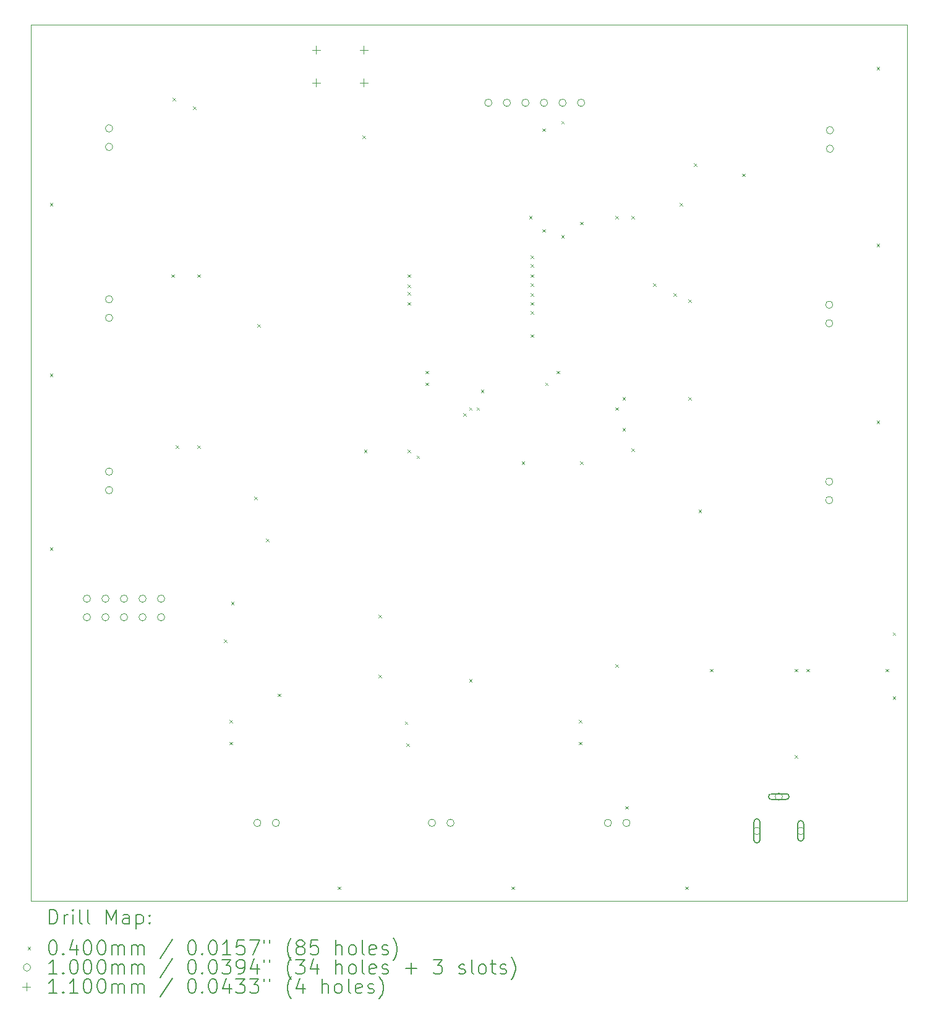
<source format=gbr>
%FSLAX45Y45*%
G04 Gerber Fmt 4.5, Leading zero omitted, Abs format (unit mm)*
G04 Created by KiCad (PCBNEW (6.0.5)) date 2023-11-06 22:26:34*
%MOMM*%
%LPD*%
G01*
G04 APERTURE LIST*
%TA.AperFunction,Profile*%
%ADD10C,0.100000*%
%TD*%
%ADD11C,0.200000*%
%ADD12C,0.040000*%
%ADD13C,0.100000*%
%ADD14C,0.110000*%
G04 APERTURE END LIST*
D10*
X4860000Y-3120000D02*
X4860000Y-15120000D01*
X4860000Y-3120000D02*
X16860000Y-3120000D01*
X4860000Y-15120000D02*
X16860000Y-15120000D01*
X16860000Y-15120000D02*
X16860000Y-3120000D01*
D11*
D12*
X5120000Y-5560000D02*
X5160000Y-5600000D01*
X5160000Y-5560000D02*
X5120000Y-5600000D01*
X5120000Y-7900000D02*
X5160000Y-7940000D01*
X5160000Y-7900000D02*
X5120000Y-7940000D01*
X5120000Y-10280000D02*
X5160000Y-10320000D01*
X5160000Y-10280000D02*
X5120000Y-10320000D01*
X6780000Y-6540000D02*
X6820000Y-6580000D01*
X6820000Y-6540000D02*
X6780000Y-6580000D01*
X6800000Y-4120000D02*
X6840000Y-4160000D01*
X6840000Y-4120000D02*
X6800000Y-4160000D01*
X6840000Y-8880000D02*
X6880000Y-8920000D01*
X6880000Y-8880000D02*
X6840000Y-8920000D01*
X7080000Y-4240000D02*
X7120000Y-4280000D01*
X7120000Y-4240000D02*
X7080000Y-4280000D01*
X7140000Y-6540000D02*
X7180000Y-6580000D01*
X7180000Y-6540000D02*
X7140000Y-6580000D01*
X7140000Y-8880000D02*
X7180000Y-8920000D01*
X7180000Y-8880000D02*
X7140000Y-8920000D01*
X7500000Y-11540000D02*
X7540000Y-11580000D01*
X7540000Y-11540000D02*
X7500000Y-11580000D01*
X7580000Y-12640000D02*
X7620000Y-12680000D01*
X7620000Y-12640000D02*
X7580000Y-12680000D01*
X7580000Y-12940000D02*
X7620000Y-12980000D01*
X7620000Y-12940000D02*
X7580000Y-12980000D01*
X7600000Y-11020000D02*
X7640000Y-11060000D01*
X7640000Y-11020000D02*
X7600000Y-11060000D01*
X7920000Y-9580000D02*
X7960000Y-9620000D01*
X7960000Y-9580000D02*
X7920000Y-9620000D01*
X7960000Y-7220000D02*
X8000000Y-7260000D01*
X8000000Y-7220000D02*
X7960000Y-7260000D01*
X8080000Y-10160000D02*
X8120000Y-10200000D01*
X8120000Y-10160000D02*
X8080000Y-10200000D01*
X8240000Y-12280000D02*
X8280000Y-12320000D01*
X8280000Y-12280000D02*
X8240000Y-12320000D01*
X9060000Y-14920000D02*
X9100000Y-14960000D01*
X9100000Y-14920000D02*
X9060000Y-14960000D01*
X9400000Y-4640000D02*
X9440000Y-4680000D01*
X9440000Y-4640000D02*
X9400000Y-4680000D01*
X9420000Y-8940000D02*
X9460000Y-8980000D01*
X9460000Y-8940000D02*
X9420000Y-8980000D01*
X9620000Y-11200000D02*
X9660000Y-11240000D01*
X9660000Y-11200000D02*
X9620000Y-11240000D01*
X9620000Y-12020000D02*
X9660000Y-12060000D01*
X9660000Y-12020000D02*
X9620000Y-12060000D01*
X9980000Y-12660000D02*
X10020000Y-12700000D01*
X10020000Y-12660000D02*
X9980000Y-12700000D01*
X10000000Y-12960000D02*
X10040000Y-13000000D01*
X10040000Y-12960000D02*
X10000000Y-13000000D01*
X10020000Y-6540000D02*
X10060000Y-6580000D01*
X10060000Y-6540000D02*
X10020000Y-6580000D01*
X10020000Y-6680000D02*
X10060000Y-6720000D01*
X10060000Y-6680000D02*
X10020000Y-6720000D01*
X10020000Y-6780000D02*
X10060000Y-6820000D01*
X10060000Y-6780000D02*
X10020000Y-6820000D01*
X10020000Y-6920000D02*
X10060000Y-6960000D01*
X10060000Y-6920000D02*
X10020000Y-6960000D01*
X10020000Y-8940000D02*
X10060000Y-8980000D01*
X10060000Y-8940000D02*
X10020000Y-8980000D01*
X10140000Y-9020000D02*
X10180000Y-9060000D01*
X10180000Y-9020000D02*
X10140000Y-9060000D01*
X10260000Y-7860000D02*
X10300000Y-7900000D01*
X10300000Y-7860000D02*
X10260000Y-7900000D01*
X10260000Y-8020000D02*
X10300000Y-8060000D01*
X10300000Y-8020000D02*
X10260000Y-8060000D01*
X10780000Y-8440000D02*
X10820000Y-8480000D01*
X10820000Y-8440000D02*
X10780000Y-8480000D01*
X10860000Y-8360000D02*
X10900000Y-8400000D01*
X10900000Y-8360000D02*
X10860000Y-8400000D01*
X10860000Y-12080000D02*
X10900000Y-12120000D01*
X10900000Y-12080000D02*
X10860000Y-12120000D01*
X10959950Y-8360000D02*
X10999950Y-8400000D01*
X10999950Y-8360000D02*
X10959950Y-8400000D01*
X11020000Y-8120000D02*
X11060000Y-8160000D01*
X11060000Y-8120000D02*
X11020000Y-8160000D01*
X11440000Y-14920000D02*
X11480000Y-14960000D01*
X11480000Y-14920000D02*
X11440000Y-14960000D01*
X11580000Y-9100000D02*
X11620000Y-9140000D01*
X11620000Y-9100000D02*
X11580000Y-9140000D01*
X11680000Y-5740000D02*
X11720000Y-5780000D01*
X11720000Y-5740000D02*
X11680000Y-5780000D01*
X11700000Y-6280000D02*
X11740000Y-6320000D01*
X11740000Y-6280000D02*
X11700000Y-6320000D01*
X11700000Y-6400000D02*
X11740000Y-6440000D01*
X11740000Y-6400000D02*
X11700000Y-6440000D01*
X11700000Y-6540000D02*
X11740000Y-6580000D01*
X11740000Y-6540000D02*
X11700000Y-6580000D01*
X11700000Y-6660000D02*
X11740000Y-6700000D01*
X11740000Y-6660000D02*
X11700000Y-6700000D01*
X11700000Y-6800000D02*
X11740000Y-6840000D01*
X11740000Y-6800000D02*
X11700000Y-6840000D01*
X11700000Y-6920000D02*
X11740000Y-6960000D01*
X11740000Y-6920000D02*
X11700000Y-6960000D01*
X11700000Y-7040000D02*
X11740000Y-7080000D01*
X11740000Y-7040000D02*
X11700000Y-7080000D01*
X11700000Y-7360000D02*
X11740000Y-7400000D01*
X11740000Y-7360000D02*
X11700000Y-7400000D01*
X11860000Y-4540000D02*
X11900000Y-4580000D01*
X11900000Y-4540000D02*
X11860000Y-4580000D01*
X11860000Y-5920000D02*
X11900000Y-5960000D01*
X11900000Y-5920000D02*
X11860000Y-5960000D01*
X11900000Y-8020000D02*
X11940000Y-8060000D01*
X11940000Y-8020000D02*
X11900000Y-8060000D01*
X12060000Y-7860000D02*
X12100000Y-7900000D01*
X12100000Y-7860000D02*
X12060000Y-7900000D01*
X12120000Y-4440000D02*
X12160000Y-4480000D01*
X12160000Y-4440000D02*
X12120000Y-4480000D01*
X12120000Y-6000000D02*
X12160000Y-6040000D01*
X12160000Y-6000000D02*
X12120000Y-6040000D01*
X12360000Y-12640000D02*
X12400000Y-12680000D01*
X12400000Y-12640000D02*
X12360000Y-12680000D01*
X12360000Y-12940000D02*
X12400000Y-12980000D01*
X12400000Y-12940000D02*
X12360000Y-12980000D01*
X12380000Y-5820000D02*
X12420000Y-5860000D01*
X12420000Y-5820000D02*
X12380000Y-5860000D01*
X12380000Y-9100000D02*
X12420000Y-9140000D01*
X12420000Y-9100000D02*
X12380000Y-9140000D01*
X12860000Y-5740000D02*
X12900000Y-5780000D01*
X12900000Y-5740000D02*
X12860000Y-5780000D01*
X12860000Y-8360000D02*
X12900000Y-8400000D01*
X12900000Y-8360000D02*
X12860000Y-8400000D01*
X12860000Y-11880000D02*
X12900000Y-11920000D01*
X12900000Y-11880000D02*
X12860000Y-11920000D01*
X12960000Y-8220000D02*
X13000000Y-8260000D01*
X13000000Y-8220000D02*
X12960000Y-8260000D01*
X12960000Y-8640000D02*
X13000000Y-8680000D01*
X13000000Y-8640000D02*
X12960000Y-8680000D01*
X13000000Y-13820000D02*
X13040000Y-13860000D01*
X13040000Y-13820000D02*
X13000000Y-13860000D01*
X13080000Y-5740000D02*
X13120000Y-5780000D01*
X13120000Y-5740000D02*
X13080000Y-5780000D01*
X13080000Y-8920000D02*
X13120000Y-8960000D01*
X13120000Y-8920000D02*
X13080000Y-8960000D01*
X13380000Y-6660000D02*
X13420000Y-6700000D01*
X13420000Y-6660000D02*
X13380000Y-6700000D01*
X13660000Y-6800000D02*
X13700000Y-6840000D01*
X13700000Y-6800000D02*
X13660000Y-6840000D01*
X13740000Y-5560000D02*
X13780000Y-5600000D01*
X13780000Y-5560000D02*
X13740000Y-5600000D01*
X13820000Y-14920000D02*
X13860000Y-14960000D01*
X13860000Y-14920000D02*
X13820000Y-14960000D01*
X13860000Y-6880000D02*
X13900000Y-6920000D01*
X13900000Y-6880000D02*
X13860000Y-6920000D01*
X13860000Y-8220000D02*
X13900000Y-8260000D01*
X13900000Y-8220000D02*
X13860000Y-8260000D01*
X13940000Y-5020000D02*
X13980000Y-5060000D01*
X13980000Y-5020000D02*
X13940000Y-5060000D01*
X14000000Y-9760000D02*
X14040000Y-9800000D01*
X14040000Y-9760000D02*
X14000000Y-9800000D01*
X14160000Y-11940000D02*
X14200000Y-11980000D01*
X14200000Y-11940000D02*
X14160000Y-11980000D01*
X14600000Y-5160000D02*
X14640000Y-5200000D01*
X14640000Y-5160000D02*
X14600000Y-5200000D01*
X15320000Y-11940000D02*
X15360000Y-11980000D01*
X15360000Y-11940000D02*
X15320000Y-11980000D01*
X15320000Y-13120000D02*
X15360000Y-13160000D01*
X15360000Y-13120000D02*
X15320000Y-13160000D01*
X15480000Y-11940000D02*
X15520000Y-11980000D01*
X15520000Y-11940000D02*
X15480000Y-11980000D01*
X16440000Y-3700000D02*
X16480000Y-3740000D01*
X16480000Y-3700000D02*
X16440000Y-3740000D01*
X16440000Y-6120000D02*
X16480000Y-6160000D01*
X16480000Y-6120000D02*
X16440000Y-6160000D01*
X16440000Y-8540000D02*
X16480000Y-8580000D01*
X16480000Y-8540000D02*
X16440000Y-8580000D01*
X16560000Y-11940000D02*
X16600000Y-11980000D01*
X16600000Y-11940000D02*
X16560000Y-11980000D01*
X16660000Y-11440000D02*
X16700000Y-11480000D01*
X16700000Y-11440000D02*
X16660000Y-11480000D01*
X16660000Y-12320000D02*
X16700000Y-12360000D01*
X16700000Y-12320000D02*
X16660000Y-12360000D01*
D13*
X5676000Y-10980000D02*
G75*
G03*
X5676000Y-10980000I-50000J0D01*
G01*
X5676000Y-11234000D02*
G75*
G03*
X5676000Y-11234000I-50000J0D01*
G01*
X5930000Y-10980000D02*
G75*
G03*
X5930000Y-10980000I-50000J0D01*
G01*
X5930000Y-11234000D02*
G75*
G03*
X5930000Y-11234000I-50000J0D01*
G01*
X5980000Y-4540000D02*
G75*
G03*
X5980000Y-4540000I-50000J0D01*
G01*
X5980000Y-4794000D02*
G75*
G03*
X5980000Y-4794000I-50000J0D01*
G01*
X5980000Y-6880000D02*
G75*
G03*
X5980000Y-6880000I-50000J0D01*
G01*
X5980000Y-7134000D02*
G75*
G03*
X5980000Y-7134000I-50000J0D01*
G01*
X5980000Y-9240000D02*
G75*
G03*
X5980000Y-9240000I-50000J0D01*
G01*
X5980000Y-9494000D02*
G75*
G03*
X5980000Y-9494000I-50000J0D01*
G01*
X6184000Y-10980000D02*
G75*
G03*
X6184000Y-10980000I-50000J0D01*
G01*
X6184000Y-11234000D02*
G75*
G03*
X6184000Y-11234000I-50000J0D01*
G01*
X6438000Y-10980000D02*
G75*
G03*
X6438000Y-10980000I-50000J0D01*
G01*
X6438000Y-11234000D02*
G75*
G03*
X6438000Y-11234000I-50000J0D01*
G01*
X6692000Y-10980000D02*
G75*
G03*
X6692000Y-10980000I-50000J0D01*
G01*
X6692000Y-11234000D02*
G75*
G03*
X6692000Y-11234000I-50000J0D01*
G01*
X8010000Y-14050000D02*
G75*
G03*
X8010000Y-14050000I-50000J0D01*
G01*
X8264000Y-14050000D02*
G75*
G03*
X8264000Y-14050000I-50000J0D01*
G01*
X10400000Y-14050000D02*
G75*
G03*
X10400000Y-14050000I-50000J0D01*
G01*
X10654000Y-14050000D02*
G75*
G03*
X10654000Y-14050000I-50000J0D01*
G01*
X11172500Y-4190000D02*
G75*
G03*
X11172500Y-4190000I-50000J0D01*
G01*
X11426500Y-4190000D02*
G75*
G03*
X11426500Y-4190000I-50000J0D01*
G01*
X11680500Y-4190000D02*
G75*
G03*
X11680500Y-4190000I-50000J0D01*
G01*
X11934500Y-4190000D02*
G75*
G03*
X11934500Y-4190000I-50000J0D01*
G01*
X12188500Y-4190000D02*
G75*
G03*
X12188500Y-4190000I-50000J0D01*
G01*
X12442500Y-4190000D02*
G75*
G03*
X12442500Y-4190000I-50000J0D01*
G01*
X12810000Y-14050000D02*
G75*
G03*
X12810000Y-14050000I-50000J0D01*
G01*
X13064000Y-14050000D02*
G75*
G03*
X13064000Y-14050000I-50000J0D01*
G01*
X14850000Y-14160000D02*
G75*
G03*
X14850000Y-14160000I-50000J0D01*
G01*
D11*
X14760000Y-14035000D02*
X14760000Y-14285000D01*
X14840000Y-14035000D02*
X14840000Y-14285000D01*
X14760000Y-14285000D02*
G75*
G03*
X14840000Y-14285000I40000J0D01*
G01*
X14840000Y-14035000D02*
G75*
G03*
X14760000Y-14035000I-40000J0D01*
G01*
D13*
X15150000Y-13690000D02*
G75*
G03*
X15150000Y-13690000I-50000J0D01*
G01*
D11*
X15000000Y-13730000D02*
X15200000Y-13730000D01*
X15000000Y-13650000D02*
X15200000Y-13650000D01*
X15200000Y-13730000D02*
G75*
G03*
X15200000Y-13650000I0J40000D01*
G01*
X15000000Y-13650000D02*
G75*
G03*
X15000000Y-13730000I0J-40000D01*
G01*
D13*
X15450000Y-14160000D02*
G75*
G03*
X15450000Y-14160000I-50000J0D01*
G01*
D11*
X15360000Y-14060000D02*
X15360000Y-14260000D01*
X15440000Y-14060000D02*
X15440000Y-14260000D01*
X15360000Y-14260000D02*
G75*
G03*
X15440000Y-14260000I40000J0D01*
G01*
X15440000Y-14060000D02*
G75*
G03*
X15360000Y-14060000I-40000J0D01*
G01*
D13*
X15840000Y-6956000D02*
G75*
G03*
X15840000Y-6956000I-50000J0D01*
G01*
X15840000Y-7210000D02*
G75*
G03*
X15840000Y-7210000I-50000J0D01*
G01*
X15840000Y-9376000D02*
G75*
G03*
X15840000Y-9376000I-50000J0D01*
G01*
X15840000Y-9630000D02*
G75*
G03*
X15840000Y-9630000I-50000J0D01*
G01*
X15850000Y-4566000D02*
G75*
G03*
X15850000Y-4566000I-50000J0D01*
G01*
X15850000Y-4820000D02*
G75*
G03*
X15850000Y-4820000I-50000J0D01*
G01*
D14*
X8765000Y-3410000D02*
X8765000Y-3520000D01*
X8710000Y-3465000D02*
X8820000Y-3465000D01*
X8765000Y-3860000D02*
X8765000Y-3970000D01*
X8710000Y-3915000D02*
X8820000Y-3915000D01*
X9415000Y-3410000D02*
X9415000Y-3520000D01*
X9360000Y-3465000D02*
X9470000Y-3465000D01*
X9415000Y-3860000D02*
X9415000Y-3970000D01*
X9360000Y-3915000D02*
X9470000Y-3915000D01*
D11*
X5112619Y-15435476D02*
X5112619Y-15235476D01*
X5160238Y-15235476D01*
X5188810Y-15245000D01*
X5207857Y-15264048D01*
X5217381Y-15283095D01*
X5226905Y-15321190D01*
X5226905Y-15349762D01*
X5217381Y-15387857D01*
X5207857Y-15406905D01*
X5188810Y-15425952D01*
X5160238Y-15435476D01*
X5112619Y-15435476D01*
X5312619Y-15435476D02*
X5312619Y-15302143D01*
X5312619Y-15340238D02*
X5322143Y-15321190D01*
X5331667Y-15311667D01*
X5350714Y-15302143D01*
X5369762Y-15302143D01*
X5436429Y-15435476D02*
X5436429Y-15302143D01*
X5436429Y-15235476D02*
X5426905Y-15245000D01*
X5436429Y-15254524D01*
X5445952Y-15245000D01*
X5436429Y-15235476D01*
X5436429Y-15254524D01*
X5560238Y-15435476D02*
X5541190Y-15425952D01*
X5531667Y-15406905D01*
X5531667Y-15235476D01*
X5665000Y-15435476D02*
X5645952Y-15425952D01*
X5636428Y-15406905D01*
X5636428Y-15235476D01*
X5893571Y-15435476D02*
X5893571Y-15235476D01*
X5960238Y-15378333D01*
X6026905Y-15235476D01*
X6026905Y-15435476D01*
X6207857Y-15435476D02*
X6207857Y-15330714D01*
X6198333Y-15311667D01*
X6179286Y-15302143D01*
X6141190Y-15302143D01*
X6122143Y-15311667D01*
X6207857Y-15425952D02*
X6188809Y-15435476D01*
X6141190Y-15435476D01*
X6122143Y-15425952D01*
X6112619Y-15406905D01*
X6112619Y-15387857D01*
X6122143Y-15368809D01*
X6141190Y-15359286D01*
X6188809Y-15359286D01*
X6207857Y-15349762D01*
X6303095Y-15302143D02*
X6303095Y-15502143D01*
X6303095Y-15311667D02*
X6322143Y-15302143D01*
X6360238Y-15302143D01*
X6379286Y-15311667D01*
X6388809Y-15321190D01*
X6398333Y-15340238D01*
X6398333Y-15397381D01*
X6388809Y-15416428D01*
X6379286Y-15425952D01*
X6360238Y-15435476D01*
X6322143Y-15435476D01*
X6303095Y-15425952D01*
X6484048Y-15416428D02*
X6493571Y-15425952D01*
X6484048Y-15435476D01*
X6474524Y-15425952D01*
X6484048Y-15416428D01*
X6484048Y-15435476D01*
X6484048Y-15311667D02*
X6493571Y-15321190D01*
X6484048Y-15330714D01*
X6474524Y-15321190D01*
X6484048Y-15311667D01*
X6484048Y-15330714D01*
D12*
X4815000Y-15745000D02*
X4855000Y-15785000D01*
X4855000Y-15745000D02*
X4815000Y-15785000D01*
D11*
X5150714Y-15655476D02*
X5169762Y-15655476D01*
X5188810Y-15665000D01*
X5198333Y-15674524D01*
X5207857Y-15693571D01*
X5217381Y-15731667D01*
X5217381Y-15779286D01*
X5207857Y-15817381D01*
X5198333Y-15836428D01*
X5188810Y-15845952D01*
X5169762Y-15855476D01*
X5150714Y-15855476D01*
X5131667Y-15845952D01*
X5122143Y-15836428D01*
X5112619Y-15817381D01*
X5103095Y-15779286D01*
X5103095Y-15731667D01*
X5112619Y-15693571D01*
X5122143Y-15674524D01*
X5131667Y-15665000D01*
X5150714Y-15655476D01*
X5303095Y-15836428D02*
X5312619Y-15845952D01*
X5303095Y-15855476D01*
X5293571Y-15845952D01*
X5303095Y-15836428D01*
X5303095Y-15855476D01*
X5484048Y-15722143D02*
X5484048Y-15855476D01*
X5436429Y-15645952D02*
X5388810Y-15788809D01*
X5512619Y-15788809D01*
X5626905Y-15655476D02*
X5645952Y-15655476D01*
X5665000Y-15665000D01*
X5674524Y-15674524D01*
X5684048Y-15693571D01*
X5693571Y-15731667D01*
X5693571Y-15779286D01*
X5684048Y-15817381D01*
X5674524Y-15836428D01*
X5665000Y-15845952D01*
X5645952Y-15855476D01*
X5626905Y-15855476D01*
X5607857Y-15845952D01*
X5598333Y-15836428D01*
X5588810Y-15817381D01*
X5579286Y-15779286D01*
X5579286Y-15731667D01*
X5588810Y-15693571D01*
X5598333Y-15674524D01*
X5607857Y-15665000D01*
X5626905Y-15655476D01*
X5817381Y-15655476D02*
X5836428Y-15655476D01*
X5855476Y-15665000D01*
X5865000Y-15674524D01*
X5874524Y-15693571D01*
X5884048Y-15731667D01*
X5884048Y-15779286D01*
X5874524Y-15817381D01*
X5865000Y-15836428D01*
X5855476Y-15845952D01*
X5836428Y-15855476D01*
X5817381Y-15855476D01*
X5798333Y-15845952D01*
X5788809Y-15836428D01*
X5779286Y-15817381D01*
X5769762Y-15779286D01*
X5769762Y-15731667D01*
X5779286Y-15693571D01*
X5788809Y-15674524D01*
X5798333Y-15665000D01*
X5817381Y-15655476D01*
X5969762Y-15855476D02*
X5969762Y-15722143D01*
X5969762Y-15741190D02*
X5979286Y-15731667D01*
X5998333Y-15722143D01*
X6026905Y-15722143D01*
X6045952Y-15731667D01*
X6055476Y-15750714D01*
X6055476Y-15855476D01*
X6055476Y-15750714D02*
X6065000Y-15731667D01*
X6084048Y-15722143D01*
X6112619Y-15722143D01*
X6131667Y-15731667D01*
X6141190Y-15750714D01*
X6141190Y-15855476D01*
X6236428Y-15855476D02*
X6236428Y-15722143D01*
X6236428Y-15741190D02*
X6245952Y-15731667D01*
X6265000Y-15722143D01*
X6293571Y-15722143D01*
X6312619Y-15731667D01*
X6322143Y-15750714D01*
X6322143Y-15855476D01*
X6322143Y-15750714D02*
X6331667Y-15731667D01*
X6350714Y-15722143D01*
X6379286Y-15722143D01*
X6398333Y-15731667D01*
X6407857Y-15750714D01*
X6407857Y-15855476D01*
X6798333Y-15645952D02*
X6626905Y-15903095D01*
X7055476Y-15655476D02*
X7074524Y-15655476D01*
X7093571Y-15665000D01*
X7103095Y-15674524D01*
X7112619Y-15693571D01*
X7122143Y-15731667D01*
X7122143Y-15779286D01*
X7112619Y-15817381D01*
X7103095Y-15836428D01*
X7093571Y-15845952D01*
X7074524Y-15855476D01*
X7055476Y-15855476D01*
X7036428Y-15845952D01*
X7026905Y-15836428D01*
X7017381Y-15817381D01*
X7007857Y-15779286D01*
X7007857Y-15731667D01*
X7017381Y-15693571D01*
X7026905Y-15674524D01*
X7036428Y-15665000D01*
X7055476Y-15655476D01*
X7207857Y-15836428D02*
X7217381Y-15845952D01*
X7207857Y-15855476D01*
X7198333Y-15845952D01*
X7207857Y-15836428D01*
X7207857Y-15855476D01*
X7341190Y-15655476D02*
X7360238Y-15655476D01*
X7379286Y-15665000D01*
X7388809Y-15674524D01*
X7398333Y-15693571D01*
X7407857Y-15731667D01*
X7407857Y-15779286D01*
X7398333Y-15817381D01*
X7388809Y-15836428D01*
X7379286Y-15845952D01*
X7360238Y-15855476D01*
X7341190Y-15855476D01*
X7322143Y-15845952D01*
X7312619Y-15836428D01*
X7303095Y-15817381D01*
X7293571Y-15779286D01*
X7293571Y-15731667D01*
X7303095Y-15693571D01*
X7312619Y-15674524D01*
X7322143Y-15665000D01*
X7341190Y-15655476D01*
X7598333Y-15855476D02*
X7484048Y-15855476D01*
X7541190Y-15855476D02*
X7541190Y-15655476D01*
X7522143Y-15684048D01*
X7503095Y-15703095D01*
X7484048Y-15712619D01*
X7779286Y-15655476D02*
X7684048Y-15655476D01*
X7674524Y-15750714D01*
X7684048Y-15741190D01*
X7703095Y-15731667D01*
X7750714Y-15731667D01*
X7769762Y-15741190D01*
X7779286Y-15750714D01*
X7788809Y-15769762D01*
X7788809Y-15817381D01*
X7779286Y-15836428D01*
X7769762Y-15845952D01*
X7750714Y-15855476D01*
X7703095Y-15855476D01*
X7684048Y-15845952D01*
X7674524Y-15836428D01*
X7855476Y-15655476D02*
X7988809Y-15655476D01*
X7903095Y-15855476D01*
X8055476Y-15655476D02*
X8055476Y-15693571D01*
X8131667Y-15655476D02*
X8131667Y-15693571D01*
X8426905Y-15931667D02*
X8417381Y-15922143D01*
X8398333Y-15893571D01*
X8388810Y-15874524D01*
X8379286Y-15845952D01*
X8369762Y-15798333D01*
X8369762Y-15760238D01*
X8379286Y-15712619D01*
X8388810Y-15684048D01*
X8398333Y-15665000D01*
X8417381Y-15636428D01*
X8426905Y-15626905D01*
X8531667Y-15741190D02*
X8512619Y-15731667D01*
X8503095Y-15722143D01*
X8493571Y-15703095D01*
X8493571Y-15693571D01*
X8503095Y-15674524D01*
X8512619Y-15665000D01*
X8531667Y-15655476D01*
X8569762Y-15655476D01*
X8588810Y-15665000D01*
X8598333Y-15674524D01*
X8607857Y-15693571D01*
X8607857Y-15703095D01*
X8598333Y-15722143D01*
X8588810Y-15731667D01*
X8569762Y-15741190D01*
X8531667Y-15741190D01*
X8512619Y-15750714D01*
X8503095Y-15760238D01*
X8493571Y-15779286D01*
X8493571Y-15817381D01*
X8503095Y-15836428D01*
X8512619Y-15845952D01*
X8531667Y-15855476D01*
X8569762Y-15855476D01*
X8588810Y-15845952D01*
X8598333Y-15836428D01*
X8607857Y-15817381D01*
X8607857Y-15779286D01*
X8598333Y-15760238D01*
X8588810Y-15750714D01*
X8569762Y-15741190D01*
X8788810Y-15655476D02*
X8693571Y-15655476D01*
X8684048Y-15750714D01*
X8693571Y-15741190D01*
X8712619Y-15731667D01*
X8760238Y-15731667D01*
X8779286Y-15741190D01*
X8788810Y-15750714D01*
X8798333Y-15769762D01*
X8798333Y-15817381D01*
X8788810Y-15836428D01*
X8779286Y-15845952D01*
X8760238Y-15855476D01*
X8712619Y-15855476D01*
X8693571Y-15845952D01*
X8684048Y-15836428D01*
X9036429Y-15855476D02*
X9036429Y-15655476D01*
X9122143Y-15855476D02*
X9122143Y-15750714D01*
X9112619Y-15731667D01*
X9093571Y-15722143D01*
X9065000Y-15722143D01*
X9045952Y-15731667D01*
X9036429Y-15741190D01*
X9245952Y-15855476D02*
X9226905Y-15845952D01*
X9217381Y-15836428D01*
X9207857Y-15817381D01*
X9207857Y-15760238D01*
X9217381Y-15741190D01*
X9226905Y-15731667D01*
X9245952Y-15722143D01*
X9274524Y-15722143D01*
X9293571Y-15731667D01*
X9303095Y-15741190D01*
X9312619Y-15760238D01*
X9312619Y-15817381D01*
X9303095Y-15836428D01*
X9293571Y-15845952D01*
X9274524Y-15855476D01*
X9245952Y-15855476D01*
X9426905Y-15855476D02*
X9407857Y-15845952D01*
X9398333Y-15826905D01*
X9398333Y-15655476D01*
X9579286Y-15845952D02*
X9560238Y-15855476D01*
X9522143Y-15855476D01*
X9503095Y-15845952D01*
X9493571Y-15826905D01*
X9493571Y-15750714D01*
X9503095Y-15731667D01*
X9522143Y-15722143D01*
X9560238Y-15722143D01*
X9579286Y-15731667D01*
X9588810Y-15750714D01*
X9588810Y-15769762D01*
X9493571Y-15788809D01*
X9665000Y-15845952D02*
X9684048Y-15855476D01*
X9722143Y-15855476D01*
X9741190Y-15845952D01*
X9750714Y-15826905D01*
X9750714Y-15817381D01*
X9741190Y-15798333D01*
X9722143Y-15788809D01*
X9693571Y-15788809D01*
X9674524Y-15779286D01*
X9665000Y-15760238D01*
X9665000Y-15750714D01*
X9674524Y-15731667D01*
X9693571Y-15722143D01*
X9722143Y-15722143D01*
X9741190Y-15731667D01*
X9817381Y-15931667D02*
X9826905Y-15922143D01*
X9845952Y-15893571D01*
X9855476Y-15874524D01*
X9865000Y-15845952D01*
X9874524Y-15798333D01*
X9874524Y-15760238D01*
X9865000Y-15712619D01*
X9855476Y-15684048D01*
X9845952Y-15665000D01*
X9826905Y-15636428D01*
X9817381Y-15626905D01*
D13*
X4855000Y-16029000D02*
G75*
G03*
X4855000Y-16029000I-50000J0D01*
G01*
D11*
X5217381Y-16119476D02*
X5103095Y-16119476D01*
X5160238Y-16119476D02*
X5160238Y-15919476D01*
X5141190Y-15948048D01*
X5122143Y-15967095D01*
X5103095Y-15976619D01*
X5303095Y-16100428D02*
X5312619Y-16109952D01*
X5303095Y-16119476D01*
X5293571Y-16109952D01*
X5303095Y-16100428D01*
X5303095Y-16119476D01*
X5436429Y-15919476D02*
X5455476Y-15919476D01*
X5474524Y-15929000D01*
X5484048Y-15938524D01*
X5493571Y-15957571D01*
X5503095Y-15995667D01*
X5503095Y-16043286D01*
X5493571Y-16081381D01*
X5484048Y-16100428D01*
X5474524Y-16109952D01*
X5455476Y-16119476D01*
X5436429Y-16119476D01*
X5417381Y-16109952D01*
X5407857Y-16100428D01*
X5398333Y-16081381D01*
X5388810Y-16043286D01*
X5388810Y-15995667D01*
X5398333Y-15957571D01*
X5407857Y-15938524D01*
X5417381Y-15929000D01*
X5436429Y-15919476D01*
X5626905Y-15919476D02*
X5645952Y-15919476D01*
X5665000Y-15929000D01*
X5674524Y-15938524D01*
X5684048Y-15957571D01*
X5693571Y-15995667D01*
X5693571Y-16043286D01*
X5684048Y-16081381D01*
X5674524Y-16100428D01*
X5665000Y-16109952D01*
X5645952Y-16119476D01*
X5626905Y-16119476D01*
X5607857Y-16109952D01*
X5598333Y-16100428D01*
X5588810Y-16081381D01*
X5579286Y-16043286D01*
X5579286Y-15995667D01*
X5588810Y-15957571D01*
X5598333Y-15938524D01*
X5607857Y-15929000D01*
X5626905Y-15919476D01*
X5817381Y-15919476D02*
X5836428Y-15919476D01*
X5855476Y-15929000D01*
X5865000Y-15938524D01*
X5874524Y-15957571D01*
X5884048Y-15995667D01*
X5884048Y-16043286D01*
X5874524Y-16081381D01*
X5865000Y-16100428D01*
X5855476Y-16109952D01*
X5836428Y-16119476D01*
X5817381Y-16119476D01*
X5798333Y-16109952D01*
X5788809Y-16100428D01*
X5779286Y-16081381D01*
X5769762Y-16043286D01*
X5769762Y-15995667D01*
X5779286Y-15957571D01*
X5788809Y-15938524D01*
X5798333Y-15929000D01*
X5817381Y-15919476D01*
X5969762Y-16119476D02*
X5969762Y-15986143D01*
X5969762Y-16005190D02*
X5979286Y-15995667D01*
X5998333Y-15986143D01*
X6026905Y-15986143D01*
X6045952Y-15995667D01*
X6055476Y-16014714D01*
X6055476Y-16119476D01*
X6055476Y-16014714D02*
X6065000Y-15995667D01*
X6084048Y-15986143D01*
X6112619Y-15986143D01*
X6131667Y-15995667D01*
X6141190Y-16014714D01*
X6141190Y-16119476D01*
X6236428Y-16119476D02*
X6236428Y-15986143D01*
X6236428Y-16005190D02*
X6245952Y-15995667D01*
X6265000Y-15986143D01*
X6293571Y-15986143D01*
X6312619Y-15995667D01*
X6322143Y-16014714D01*
X6322143Y-16119476D01*
X6322143Y-16014714D02*
X6331667Y-15995667D01*
X6350714Y-15986143D01*
X6379286Y-15986143D01*
X6398333Y-15995667D01*
X6407857Y-16014714D01*
X6407857Y-16119476D01*
X6798333Y-15909952D02*
X6626905Y-16167095D01*
X7055476Y-15919476D02*
X7074524Y-15919476D01*
X7093571Y-15929000D01*
X7103095Y-15938524D01*
X7112619Y-15957571D01*
X7122143Y-15995667D01*
X7122143Y-16043286D01*
X7112619Y-16081381D01*
X7103095Y-16100428D01*
X7093571Y-16109952D01*
X7074524Y-16119476D01*
X7055476Y-16119476D01*
X7036428Y-16109952D01*
X7026905Y-16100428D01*
X7017381Y-16081381D01*
X7007857Y-16043286D01*
X7007857Y-15995667D01*
X7017381Y-15957571D01*
X7026905Y-15938524D01*
X7036428Y-15929000D01*
X7055476Y-15919476D01*
X7207857Y-16100428D02*
X7217381Y-16109952D01*
X7207857Y-16119476D01*
X7198333Y-16109952D01*
X7207857Y-16100428D01*
X7207857Y-16119476D01*
X7341190Y-15919476D02*
X7360238Y-15919476D01*
X7379286Y-15929000D01*
X7388809Y-15938524D01*
X7398333Y-15957571D01*
X7407857Y-15995667D01*
X7407857Y-16043286D01*
X7398333Y-16081381D01*
X7388809Y-16100428D01*
X7379286Y-16109952D01*
X7360238Y-16119476D01*
X7341190Y-16119476D01*
X7322143Y-16109952D01*
X7312619Y-16100428D01*
X7303095Y-16081381D01*
X7293571Y-16043286D01*
X7293571Y-15995667D01*
X7303095Y-15957571D01*
X7312619Y-15938524D01*
X7322143Y-15929000D01*
X7341190Y-15919476D01*
X7474524Y-15919476D02*
X7598333Y-15919476D01*
X7531667Y-15995667D01*
X7560238Y-15995667D01*
X7579286Y-16005190D01*
X7588809Y-16014714D01*
X7598333Y-16033762D01*
X7598333Y-16081381D01*
X7588809Y-16100428D01*
X7579286Y-16109952D01*
X7560238Y-16119476D01*
X7503095Y-16119476D01*
X7484048Y-16109952D01*
X7474524Y-16100428D01*
X7693571Y-16119476D02*
X7731667Y-16119476D01*
X7750714Y-16109952D01*
X7760238Y-16100428D01*
X7779286Y-16071857D01*
X7788809Y-16033762D01*
X7788809Y-15957571D01*
X7779286Y-15938524D01*
X7769762Y-15929000D01*
X7750714Y-15919476D01*
X7712619Y-15919476D01*
X7693571Y-15929000D01*
X7684048Y-15938524D01*
X7674524Y-15957571D01*
X7674524Y-16005190D01*
X7684048Y-16024238D01*
X7693571Y-16033762D01*
X7712619Y-16043286D01*
X7750714Y-16043286D01*
X7769762Y-16033762D01*
X7779286Y-16024238D01*
X7788809Y-16005190D01*
X7960238Y-15986143D02*
X7960238Y-16119476D01*
X7912619Y-15909952D02*
X7865000Y-16052809D01*
X7988809Y-16052809D01*
X8055476Y-15919476D02*
X8055476Y-15957571D01*
X8131667Y-15919476D02*
X8131667Y-15957571D01*
X8426905Y-16195667D02*
X8417381Y-16186143D01*
X8398333Y-16157571D01*
X8388810Y-16138524D01*
X8379286Y-16109952D01*
X8369762Y-16062333D01*
X8369762Y-16024238D01*
X8379286Y-15976619D01*
X8388810Y-15948048D01*
X8398333Y-15929000D01*
X8417381Y-15900428D01*
X8426905Y-15890905D01*
X8484048Y-15919476D02*
X8607857Y-15919476D01*
X8541190Y-15995667D01*
X8569762Y-15995667D01*
X8588810Y-16005190D01*
X8598333Y-16014714D01*
X8607857Y-16033762D01*
X8607857Y-16081381D01*
X8598333Y-16100428D01*
X8588810Y-16109952D01*
X8569762Y-16119476D01*
X8512619Y-16119476D01*
X8493571Y-16109952D01*
X8484048Y-16100428D01*
X8779286Y-15986143D02*
X8779286Y-16119476D01*
X8731667Y-15909952D02*
X8684048Y-16052809D01*
X8807857Y-16052809D01*
X9036429Y-16119476D02*
X9036429Y-15919476D01*
X9122143Y-16119476D02*
X9122143Y-16014714D01*
X9112619Y-15995667D01*
X9093571Y-15986143D01*
X9065000Y-15986143D01*
X9045952Y-15995667D01*
X9036429Y-16005190D01*
X9245952Y-16119476D02*
X9226905Y-16109952D01*
X9217381Y-16100428D01*
X9207857Y-16081381D01*
X9207857Y-16024238D01*
X9217381Y-16005190D01*
X9226905Y-15995667D01*
X9245952Y-15986143D01*
X9274524Y-15986143D01*
X9293571Y-15995667D01*
X9303095Y-16005190D01*
X9312619Y-16024238D01*
X9312619Y-16081381D01*
X9303095Y-16100428D01*
X9293571Y-16109952D01*
X9274524Y-16119476D01*
X9245952Y-16119476D01*
X9426905Y-16119476D02*
X9407857Y-16109952D01*
X9398333Y-16090905D01*
X9398333Y-15919476D01*
X9579286Y-16109952D02*
X9560238Y-16119476D01*
X9522143Y-16119476D01*
X9503095Y-16109952D01*
X9493571Y-16090905D01*
X9493571Y-16014714D01*
X9503095Y-15995667D01*
X9522143Y-15986143D01*
X9560238Y-15986143D01*
X9579286Y-15995667D01*
X9588810Y-16014714D01*
X9588810Y-16033762D01*
X9493571Y-16052809D01*
X9665000Y-16109952D02*
X9684048Y-16119476D01*
X9722143Y-16119476D01*
X9741190Y-16109952D01*
X9750714Y-16090905D01*
X9750714Y-16081381D01*
X9741190Y-16062333D01*
X9722143Y-16052809D01*
X9693571Y-16052809D01*
X9674524Y-16043286D01*
X9665000Y-16024238D01*
X9665000Y-16014714D01*
X9674524Y-15995667D01*
X9693571Y-15986143D01*
X9722143Y-15986143D01*
X9741190Y-15995667D01*
X9988810Y-16043286D02*
X10141190Y-16043286D01*
X10065000Y-16119476D02*
X10065000Y-15967095D01*
X10369762Y-15919476D02*
X10493571Y-15919476D01*
X10426905Y-15995667D01*
X10455476Y-15995667D01*
X10474524Y-16005190D01*
X10484048Y-16014714D01*
X10493571Y-16033762D01*
X10493571Y-16081381D01*
X10484048Y-16100428D01*
X10474524Y-16109952D01*
X10455476Y-16119476D01*
X10398333Y-16119476D01*
X10379286Y-16109952D01*
X10369762Y-16100428D01*
X10722143Y-16109952D02*
X10741190Y-16119476D01*
X10779286Y-16119476D01*
X10798333Y-16109952D01*
X10807857Y-16090905D01*
X10807857Y-16081381D01*
X10798333Y-16062333D01*
X10779286Y-16052809D01*
X10750714Y-16052809D01*
X10731667Y-16043286D01*
X10722143Y-16024238D01*
X10722143Y-16014714D01*
X10731667Y-15995667D01*
X10750714Y-15986143D01*
X10779286Y-15986143D01*
X10798333Y-15995667D01*
X10922143Y-16119476D02*
X10903095Y-16109952D01*
X10893571Y-16090905D01*
X10893571Y-15919476D01*
X11026905Y-16119476D02*
X11007857Y-16109952D01*
X10998333Y-16100428D01*
X10988810Y-16081381D01*
X10988810Y-16024238D01*
X10998333Y-16005190D01*
X11007857Y-15995667D01*
X11026905Y-15986143D01*
X11055476Y-15986143D01*
X11074524Y-15995667D01*
X11084048Y-16005190D01*
X11093571Y-16024238D01*
X11093571Y-16081381D01*
X11084048Y-16100428D01*
X11074524Y-16109952D01*
X11055476Y-16119476D01*
X11026905Y-16119476D01*
X11150714Y-15986143D02*
X11226905Y-15986143D01*
X11179286Y-15919476D02*
X11179286Y-16090905D01*
X11188809Y-16109952D01*
X11207857Y-16119476D01*
X11226905Y-16119476D01*
X11284048Y-16109952D02*
X11303095Y-16119476D01*
X11341190Y-16119476D01*
X11360238Y-16109952D01*
X11369762Y-16090905D01*
X11369762Y-16081381D01*
X11360238Y-16062333D01*
X11341190Y-16052809D01*
X11312619Y-16052809D01*
X11293571Y-16043286D01*
X11284048Y-16024238D01*
X11284048Y-16014714D01*
X11293571Y-15995667D01*
X11312619Y-15986143D01*
X11341190Y-15986143D01*
X11360238Y-15995667D01*
X11436428Y-16195667D02*
X11445952Y-16186143D01*
X11465000Y-16157571D01*
X11474524Y-16138524D01*
X11484048Y-16109952D01*
X11493571Y-16062333D01*
X11493571Y-16024238D01*
X11484048Y-15976619D01*
X11474524Y-15948048D01*
X11465000Y-15929000D01*
X11445952Y-15900428D01*
X11436428Y-15890905D01*
D14*
X4800000Y-16238000D02*
X4800000Y-16348000D01*
X4745000Y-16293000D02*
X4855000Y-16293000D01*
D11*
X5217381Y-16383476D02*
X5103095Y-16383476D01*
X5160238Y-16383476D02*
X5160238Y-16183476D01*
X5141190Y-16212048D01*
X5122143Y-16231095D01*
X5103095Y-16240619D01*
X5303095Y-16364428D02*
X5312619Y-16373952D01*
X5303095Y-16383476D01*
X5293571Y-16373952D01*
X5303095Y-16364428D01*
X5303095Y-16383476D01*
X5503095Y-16383476D02*
X5388810Y-16383476D01*
X5445952Y-16383476D02*
X5445952Y-16183476D01*
X5426905Y-16212048D01*
X5407857Y-16231095D01*
X5388810Y-16240619D01*
X5626905Y-16183476D02*
X5645952Y-16183476D01*
X5665000Y-16193000D01*
X5674524Y-16202524D01*
X5684048Y-16221571D01*
X5693571Y-16259667D01*
X5693571Y-16307286D01*
X5684048Y-16345381D01*
X5674524Y-16364428D01*
X5665000Y-16373952D01*
X5645952Y-16383476D01*
X5626905Y-16383476D01*
X5607857Y-16373952D01*
X5598333Y-16364428D01*
X5588810Y-16345381D01*
X5579286Y-16307286D01*
X5579286Y-16259667D01*
X5588810Y-16221571D01*
X5598333Y-16202524D01*
X5607857Y-16193000D01*
X5626905Y-16183476D01*
X5817381Y-16183476D02*
X5836428Y-16183476D01*
X5855476Y-16193000D01*
X5865000Y-16202524D01*
X5874524Y-16221571D01*
X5884048Y-16259667D01*
X5884048Y-16307286D01*
X5874524Y-16345381D01*
X5865000Y-16364428D01*
X5855476Y-16373952D01*
X5836428Y-16383476D01*
X5817381Y-16383476D01*
X5798333Y-16373952D01*
X5788809Y-16364428D01*
X5779286Y-16345381D01*
X5769762Y-16307286D01*
X5769762Y-16259667D01*
X5779286Y-16221571D01*
X5788809Y-16202524D01*
X5798333Y-16193000D01*
X5817381Y-16183476D01*
X5969762Y-16383476D02*
X5969762Y-16250143D01*
X5969762Y-16269190D02*
X5979286Y-16259667D01*
X5998333Y-16250143D01*
X6026905Y-16250143D01*
X6045952Y-16259667D01*
X6055476Y-16278714D01*
X6055476Y-16383476D01*
X6055476Y-16278714D02*
X6065000Y-16259667D01*
X6084048Y-16250143D01*
X6112619Y-16250143D01*
X6131667Y-16259667D01*
X6141190Y-16278714D01*
X6141190Y-16383476D01*
X6236428Y-16383476D02*
X6236428Y-16250143D01*
X6236428Y-16269190D02*
X6245952Y-16259667D01*
X6265000Y-16250143D01*
X6293571Y-16250143D01*
X6312619Y-16259667D01*
X6322143Y-16278714D01*
X6322143Y-16383476D01*
X6322143Y-16278714D02*
X6331667Y-16259667D01*
X6350714Y-16250143D01*
X6379286Y-16250143D01*
X6398333Y-16259667D01*
X6407857Y-16278714D01*
X6407857Y-16383476D01*
X6798333Y-16173952D02*
X6626905Y-16431095D01*
X7055476Y-16183476D02*
X7074524Y-16183476D01*
X7093571Y-16193000D01*
X7103095Y-16202524D01*
X7112619Y-16221571D01*
X7122143Y-16259667D01*
X7122143Y-16307286D01*
X7112619Y-16345381D01*
X7103095Y-16364428D01*
X7093571Y-16373952D01*
X7074524Y-16383476D01*
X7055476Y-16383476D01*
X7036428Y-16373952D01*
X7026905Y-16364428D01*
X7017381Y-16345381D01*
X7007857Y-16307286D01*
X7007857Y-16259667D01*
X7017381Y-16221571D01*
X7026905Y-16202524D01*
X7036428Y-16193000D01*
X7055476Y-16183476D01*
X7207857Y-16364428D02*
X7217381Y-16373952D01*
X7207857Y-16383476D01*
X7198333Y-16373952D01*
X7207857Y-16364428D01*
X7207857Y-16383476D01*
X7341190Y-16183476D02*
X7360238Y-16183476D01*
X7379286Y-16193000D01*
X7388809Y-16202524D01*
X7398333Y-16221571D01*
X7407857Y-16259667D01*
X7407857Y-16307286D01*
X7398333Y-16345381D01*
X7388809Y-16364428D01*
X7379286Y-16373952D01*
X7360238Y-16383476D01*
X7341190Y-16383476D01*
X7322143Y-16373952D01*
X7312619Y-16364428D01*
X7303095Y-16345381D01*
X7293571Y-16307286D01*
X7293571Y-16259667D01*
X7303095Y-16221571D01*
X7312619Y-16202524D01*
X7322143Y-16193000D01*
X7341190Y-16183476D01*
X7579286Y-16250143D02*
X7579286Y-16383476D01*
X7531667Y-16173952D02*
X7484048Y-16316809D01*
X7607857Y-16316809D01*
X7665000Y-16183476D02*
X7788809Y-16183476D01*
X7722143Y-16259667D01*
X7750714Y-16259667D01*
X7769762Y-16269190D01*
X7779286Y-16278714D01*
X7788809Y-16297762D01*
X7788809Y-16345381D01*
X7779286Y-16364428D01*
X7769762Y-16373952D01*
X7750714Y-16383476D01*
X7693571Y-16383476D01*
X7674524Y-16373952D01*
X7665000Y-16364428D01*
X7855476Y-16183476D02*
X7979286Y-16183476D01*
X7912619Y-16259667D01*
X7941190Y-16259667D01*
X7960238Y-16269190D01*
X7969762Y-16278714D01*
X7979286Y-16297762D01*
X7979286Y-16345381D01*
X7969762Y-16364428D01*
X7960238Y-16373952D01*
X7941190Y-16383476D01*
X7884048Y-16383476D01*
X7865000Y-16373952D01*
X7855476Y-16364428D01*
X8055476Y-16183476D02*
X8055476Y-16221571D01*
X8131667Y-16183476D02*
X8131667Y-16221571D01*
X8426905Y-16459667D02*
X8417381Y-16450143D01*
X8398333Y-16421571D01*
X8388810Y-16402524D01*
X8379286Y-16373952D01*
X8369762Y-16326333D01*
X8369762Y-16288238D01*
X8379286Y-16240619D01*
X8388810Y-16212048D01*
X8398333Y-16193000D01*
X8417381Y-16164428D01*
X8426905Y-16154905D01*
X8588810Y-16250143D02*
X8588810Y-16383476D01*
X8541190Y-16173952D02*
X8493571Y-16316809D01*
X8617381Y-16316809D01*
X8845952Y-16383476D02*
X8845952Y-16183476D01*
X8931667Y-16383476D02*
X8931667Y-16278714D01*
X8922143Y-16259667D01*
X8903095Y-16250143D01*
X8874524Y-16250143D01*
X8855476Y-16259667D01*
X8845952Y-16269190D01*
X9055476Y-16383476D02*
X9036429Y-16373952D01*
X9026905Y-16364428D01*
X9017381Y-16345381D01*
X9017381Y-16288238D01*
X9026905Y-16269190D01*
X9036429Y-16259667D01*
X9055476Y-16250143D01*
X9084048Y-16250143D01*
X9103095Y-16259667D01*
X9112619Y-16269190D01*
X9122143Y-16288238D01*
X9122143Y-16345381D01*
X9112619Y-16364428D01*
X9103095Y-16373952D01*
X9084048Y-16383476D01*
X9055476Y-16383476D01*
X9236429Y-16383476D02*
X9217381Y-16373952D01*
X9207857Y-16354905D01*
X9207857Y-16183476D01*
X9388810Y-16373952D02*
X9369762Y-16383476D01*
X9331667Y-16383476D01*
X9312619Y-16373952D01*
X9303095Y-16354905D01*
X9303095Y-16278714D01*
X9312619Y-16259667D01*
X9331667Y-16250143D01*
X9369762Y-16250143D01*
X9388810Y-16259667D01*
X9398333Y-16278714D01*
X9398333Y-16297762D01*
X9303095Y-16316809D01*
X9474524Y-16373952D02*
X9493571Y-16383476D01*
X9531667Y-16383476D01*
X9550714Y-16373952D01*
X9560238Y-16354905D01*
X9560238Y-16345381D01*
X9550714Y-16326333D01*
X9531667Y-16316809D01*
X9503095Y-16316809D01*
X9484048Y-16307286D01*
X9474524Y-16288238D01*
X9474524Y-16278714D01*
X9484048Y-16259667D01*
X9503095Y-16250143D01*
X9531667Y-16250143D01*
X9550714Y-16259667D01*
X9626905Y-16459667D02*
X9636429Y-16450143D01*
X9655476Y-16421571D01*
X9665000Y-16402524D01*
X9674524Y-16373952D01*
X9684048Y-16326333D01*
X9684048Y-16288238D01*
X9674524Y-16240619D01*
X9665000Y-16212048D01*
X9655476Y-16193000D01*
X9636429Y-16164428D01*
X9626905Y-16154905D01*
M02*

</source>
